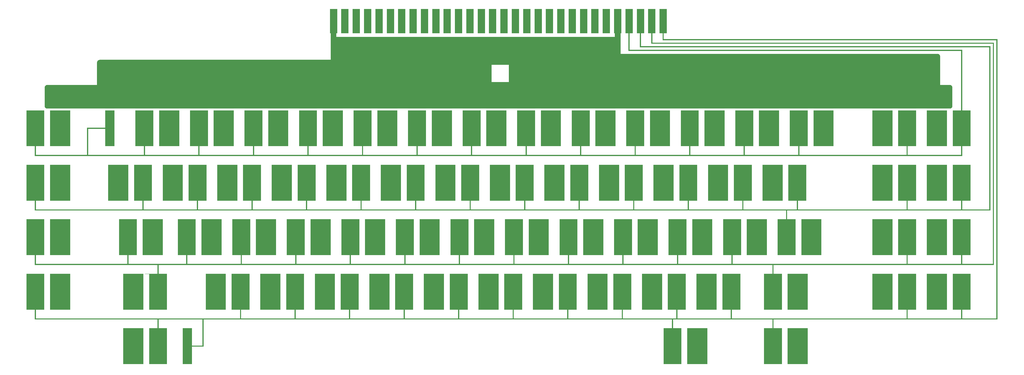
<source format=gbr>
G04 DipTrace 3.1.0.1*
G04 Top.gbr*
%MOMM*%
G04 #@! TF.FileFunction,Copper,L1,Top*
G04 #@! TF.Part,Single*
G04 #@! TA.AperFunction,Nonconductor*
%ADD13C,0.00033*%
G04 #@! TA.AperFunction,ComponentPad*
%ADD14R,2.6X8.5*%
%ADD15C,1.4*%
%FSLAX35Y35*%
G04*
G71*
G90*
G75*
G01*
G04 Top*
%LPD*%
D14*
X15216000Y14800000D3*
X12840000D3*
X16404000D3*
X16800000D3*
X13236000D3*
X17196000D3*
X19572000D3*
X16008000D3*
X14028000D3*
X15612000D3*
X13632000D3*
X20364000D3*
X14424000D3*
X19968000D3*
X17592000D3*
X17988000D3*
X14820000D3*
X19176000D3*
X21552000D3*
X22740000D3*
X18780000D3*
X18384000D3*
X21948000D3*
X21156000D3*
X20760000D3*
X23136000D3*
X23532000D3*
X22344000D3*
X24324000D3*
X23928000D3*
X14820000D3*
X19572000D3*
X16008000D3*
X15216000D3*
X12840000D3*
X16800000D3*
X16404000D3*
X13236000D3*
X17196000D3*
X14028000D3*
X15612000D3*
X13632000D3*
X17988000D3*
X19968000D3*
X20364000D3*
X17592000D3*
X14424000D3*
X19176000D3*
X22740000D3*
X21552000D3*
X18384000D3*
X21948000D3*
X18780000D3*
X20760000D3*
X23136000D3*
X23532000D3*
X21156000D3*
X22344000D3*
X23928000D3*
X24324000D3*
D15*
Y14525000D3*
X23928000D3*
X23532000D3*
X23136000D3*
X22740000D3*
X22344000D3*
X21948000D3*
X21552000D3*
X21156000D3*
X20760000D3*
X20364000D3*
X19968000D3*
X19572000D3*
X19176000D3*
X18780000D3*
X18384000D3*
X17988000D3*
X17592000D3*
X17196000D3*
X16800000D3*
X16404000D3*
X16008000D3*
X15612000D3*
X15216000D3*
X14820000D3*
X14424000D3*
X14028000D3*
X13632000D3*
X13236000D3*
X12840000D3*
G36*
X12940000Y14250000D2*
X22640000D1*
X18950000Y13275000D1*
D1*
Y12675000D1*
X18350000D1*
Y13275000D1*
X18950000D1*
X22640000Y14250000D1*
Y14375000D1*
X22840000D1*
Y13660000D1*
X33884500D1*
X33893960Y13659533D1*
X33903317Y13658043D1*
X33912467Y13655590D1*
X33921310Y13652190D1*
X33929747Y13647887D1*
X33937690Y13642723D1*
X33945053Y13636760D1*
X33951750Y13630060D1*
X33957710Y13622697D1*
X33962870Y13614753D1*
X33967170Y13606310D1*
X33970567Y13597467D1*
X33973020Y13588317D1*
X33974503Y13578960D1*
X33975000Y13569500D1*
Y12575000D1*
X34310500D1*
X34319960Y12574533D1*
X34329317Y12573043D1*
X34338467Y12570590D1*
X34347310Y12567190D1*
X34355747Y12562887D1*
X34363690Y12557723D1*
X34371053Y12551760D1*
X34377750Y12545060D1*
X34383710Y12537697D1*
X34388870Y12529753D1*
X34393170Y12521310D1*
X34396567Y12512467D1*
X34399020Y12503317D1*
X34400503Y12493960D1*
X34401000Y12484500D1*
Y11841500D1*
X34400533Y11832040D1*
X34399047Y11822683D1*
X34396590Y11813533D1*
X34393190Y11804693D1*
X34388887Y11796253D1*
X34383723Y11788310D1*
X34377760Y11780947D1*
X34371060Y11774250D1*
X34363697Y11768290D1*
X34355753Y11763130D1*
X34347310Y11758830D1*
X34338467Y11755433D1*
X34329317Y11752980D1*
X34319960Y11751497D1*
X34310500Y11751000D1*
X2864500D1*
X2855040Y11751497D1*
X2845683Y11752980D1*
X2836533Y11755430D1*
X2827690Y11758823D1*
X2819250Y11763127D1*
X2811307Y11768283D1*
X2803943Y11774247D1*
X2797247Y11780943D1*
X2791283Y11788307D1*
X2786123Y11796250D1*
X2781823Y11804690D1*
X2778430Y11813533D1*
X2775977Y11822683D1*
X2774497Y11832040D1*
X2774000Y11841500D1*
Y12484500D1*
X2774497Y12493960D1*
X2775980Y12503317D1*
X2778430Y12512467D1*
X2781827Y12521310D1*
X2786127Y12529750D1*
X2791283Y12537693D1*
X2797247Y12545057D1*
X2803943Y12551753D1*
X2811307Y12557717D1*
X2819250Y12562877D1*
X2827690Y12567177D1*
X2836533Y12570570D1*
X2845683Y12573023D1*
X2855040Y12574503D1*
X2864500Y12575000D1*
X4599000D1*
Y13359500D1*
X4599500Y13368960D1*
X4600980Y13378317D1*
X4603430Y13387467D1*
X4606827Y13396310D1*
X4611127Y13404750D1*
X4616283Y13412693D1*
X4622247Y13420057D1*
X4628943Y13426757D1*
X4636307Y13432717D1*
X4644250Y13437877D1*
X4652690Y13442177D1*
X4661533Y13445570D1*
X4670683Y13448023D1*
X4680040Y13449503D1*
X4689500Y13450000D1*
X12740000D1*
Y14375000D1*
X12940000D1*
Y14250000D1*
G37*
G36*
X24670000Y4087500D2*
Y4392500D1*
X28130000D1*
Y4087500D1*
X27837500D1*
Y2837500D1*
X28462500D1*
Y4087500D1*
X28170000D1*
Y4392500D1*
X35975000D1*
Y14175000D1*
X24344000D1*
Y14375000D1*
X24304000D1*
Y14135000D1*
X35935000D1*
Y4432500D1*
X34745000D1*
Y4737500D1*
X35037500D1*
Y5987500D1*
X34412500D1*
Y4737500D1*
X34705000D1*
Y4432500D1*
X32845000D1*
Y4737500D1*
X33137500D1*
Y5987500D1*
X32512500D1*
Y4737500D1*
X32805000D1*
Y4432500D1*
X26720000D1*
Y4737500D1*
X27012500D1*
Y5987500D1*
X26387500D1*
Y4737500D1*
X26680000D1*
Y4432500D1*
X24820000D1*
Y4737500D1*
X25112500D1*
Y5987500D1*
X24487500D1*
Y4737500D1*
X24780000D1*
Y4432500D1*
X22920000D1*
Y4737500D1*
X23212500D1*
Y5987500D1*
X22587500D1*
Y4737500D1*
X22880000D1*
Y4432500D1*
X21020000D1*
Y4737500D1*
X21312500D1*
Y5987500D1*
X20687500D1*
Y4737500D1*
X20980000D1*
Y4432500D1*
X19120000D1*
Y4737500D1*
X19412500D1*
Y5987500D1*
X18787500D1*
Y4737500D1*
X19080000D1*
Y4432500D1*
X17220000D1*
Y4737500D1*
X17512500D1*
Y5987500D1*
X16887500D1*
Y4737500D1*
X17180000D1*
Y4432500D1*
X15320000D1*
Y4737500D1*
X15612500D1*
Y5987500D1*
X14987500D1*
Y4737500D1*
X15280000D1*
Y4432500D1*
X13420000D1*
Y4737500D1*
X13712500D1*
Y5987500D1*
X13087500D1*
Y4737500D1*
X13380000D1*
Y4432500D1*
X11520000D1*
Y4737500D1*
X11812500D1*
Y5987500D1*
X11187500D1*
Y4737500D1*
X11480000D1*
Y4432500D1*
X9620000D1*
Y4737500D1*
X9912500D1*
Y5987500D1*
X9287500D1*
Y4737500D1*
X9580000D1*
Y4432500D1*
X2470000D1*
Y4737500D1*
X2762500D1*
Y5987500D1*
X2137500D1*
Y4737500D1*
X2430000D1*
Y4392500D1*
X6705000D1*
Y4087500D1*
X6412500D1*
Y2837500D1*
X7037500D1*
Y4087500D1*
X6745000D1*
Y4392500D1*
X8274250D1*
Y3482500D1*
X7907500D1*
Y4087500D1*
X7582500D1*
Y2837500D1*
X7907500D1*
Y3442500D1*
X8314250D1*
Y4392500D1*
X24630000D1*
Y4087500D1*
X24337500D1*
Y2837500D1*
X24962500D1*
Y4087500D1*
X24670000D1*
G37*
G36*
X34745000Y10092500D2*
Y10437500D1*
X35037500D1*
Y11687500D1*
X34745000D1*
Y13800000D1*
X23156000D1*
Y14375000D1*
X23116000D1*
Y13760000D1*
X34705000D1*
Y11687500D1*
X34412500D1*
Y10437500D1*
X34705000D1*
Y10132500D1*
X32845000D1*
Y10437500D1*
X33137500D1*
Y11687500D1*
X32512500D1*
Y10437500D1*
X32805000D1*
Y10132500D1*
X29070000D1*
Y10437500D1*
X29362500D1*
Y11687500D1*
X28737500D1*
Y10437500D1*
X29030000D1*
Y10132500D1*
X27170000D1*
Y10437500D1*
X27462500D1*
Y11687500D1*
X26837500D1*
Y10437500D1*
X27130000D1*
Y10132500D1*
X25270000D1*
Y10437500D1*
X25562500D1*
Y11687500D1*
X24937500D1*
Y10437500D1*
X25230000D1*
Y10132500D1*
X23370000D1*
Y10437500D1*
X23662500D1*
Y11687500D1*
X23037500D1*
Y10437500D1*
X23330000D1*
Y10132500D1*
X21470000D1*
Y10437500D1*
X21762500D1*
Y11687500D1*
X21137500D1*
Y10437500D1*
X21430000D1*
Y10132500D1*
X19570000D1*
Y10437500D1*
X19862500D1*
Y11687500D1*
X19237500D1*
Y10437500D1*
X19530000D1*
Y10132500D1*
X17670000D1*
Y10437500D1*
X17962500D1*
Y11687500D1*
X17337500D1*
Y10437500D1*
X17630000D1*
Y10132500D1*
X15770000D1*
Y10437500D1*
X16062500D1*
Y11687500D1*
X15437500D1*
Y10437500D1*
X15730000D1*
Y10132500D1*
X13870000D1*
Y10437500D1*
X14162500D1*
Y11687500D1*
X13537500D1*
Y10437500D1*
X13830000D1*
Y10132500D1*
X11970000D1*
Y10437500D1*
X12262500D1*
Y11687500D1*
X11637500D1*
Y10437500D1*
X11930000D1*
Y10132500D1*
X10070000D1*
Y10437500D1*
X10362500D1*
Y11687500D1*
X9737500D1*
Y10437500D1*
X10030000D1*
Y10132500D1*
X8170000D1*
Y10437500D1*
X8462500D1*
Y11687500D1*
X7837500D1*
Y10437500D1*
X8130000D1*
Y10132500D1*
X6270000D1*
Y10437500D1*
X6562500D1*
Y11687500D1*
X5937500D1*
Y10437500D1*
X6230000D1*
Y10132500D1*
X4292000D1*
Y11042500D1*
X4881500D1*
Y10437500D1*
X5206500D1*
Y11687500D1*
X4881500D1*
Y11082500D1*
X4252000D1*
Y10132500D1*
X2470000D1*
Y10437500D1*
X2762500D1*
Y11687500D1*
X2137500D1*
Y10437500D1*
X2430000D1*
Y10092500D1*
X34745000D1*
G37*
G36*
X2430000Y8192500D2*
Y8537500D1*
X2137500D1*
Y9787500D1*
X2762500D1*
Y8537500D1*
X2470000D1*
Y8232500D1*
X6180000D1*
Y8537500D1*
X5887500D1*
Y9787500D1*
X6512500D1*
Y8537500D1*
X6220000D1*
Y8232500D1*
X8080000D1*
Y8537500D1*
X7787500D1*
Y9787500D1*
X8412500D1*
Y8537500D1*
X8120000D1*
Y8232500D1*
X9980000D1*
Y8537500D1*
X9687500D1*
Y9787500D1*
X10312500D1*
Y8537500D1*
X10020000D1*
Y8232500D1*
X11880000D1*
Y8537500D1*
X11587500D1*
Y9787500D1*
X12212500D1*
Y8537500D1*
X11920000D1*
Y8232500D1*
X13780000D1*
Y8537500D1*
X13487500D1*
Y9787500D1*
X14112500D1*
Y8537500D1*
X13820000D1*
Y8232500D1*
X15680000D1*
Y8537500D1*
X15387500D1*
Y9787500D1*
X16012500D1*
Y8537500D1*
X15720000D1*
Y8232500D1*
X17580000D1*
Y8537500D1*
X17287500D1*
Y9787500D1*
X17912500D1*
Y8537500D1*
X17620000D1*
Y8232500D1*
X19480000D1*
Y8537500D1*
X19187500D1*
Y9787500D1*
X19812500D1*
Y8537500D1*
X19520000D1*
Y8232500D1*
X21380000D1*
Y8537500D1*
X21087500D1*
Y9787500D1*
X21712500D1*
Y8537500D1*
X21420000D1*
Y8232500D1*
X23280000D1*
Y8537500D1*
X22987500D1*
Y9787500D1*
X23612500D1*
Y8537500D1*
X23320000D1*
Y8232500D1*
X25180000D1*
Y8537500D1*
X24887500D1*
Y9787500D1*
X25512500D1*
Y8537500D1*
X25220000D1*
Y8232500D1*
X27080000D1*
Y8537500D1*
X26787500D1*
Y9787500D1*
X27412500D1*
Y8537500D1*
X27120000D1*
Y8232500D1*
X28980000D1*
Y8537500D1*
X28687500D1*
Y9787500D1*
X29312500D1*
Y8537500D1*
X29020000D1*
Y8232500D1*
X32805000D1*
Y8537500D1*
X32512500D1*
Y9787500D1*
X33137500D1*
Y8537500D1*
X32845000D1*
Y8232500D1*
X34705000D1*
Y8537500D1*
X34412500D1*
Y9787500D1*
X35037500D1*
Y8537500D1*
X34745000D1*
Y8232500D1*
X35685000D1*
Y13885000D1*
X23512000D1*
Y14375000D1*
X23552000D1*
Y13925000D1*
X35725000D1*
Y8192500D1*
X34745000D1*
X28645000D1*
Y7887500D1*
X28937500D1*
Y6637500D1*
X28312500D1*
Y7887500D1*
X28605000D1*
Y8192500D1*
X2430000D1*
G37*
G36*
X25162500Y4087500D2*
X25862500D1*
Y2837500D1*
X25162500D1*
Y4087500D1*
G37*
G36*
X20487500Y5987500D2*
Y4737500D1*
X19787500D1*
Y5987500D1*
X20487500D1*
G37*
G36*
X12887500D2*
Y4737500D1*
X12187500D1*
Y5987500D1*
X12887500D1*
G37*
G36*
X6212500Y4737500D2*
X5512500D1*
Y5987500D1*
X6212500D1*
Y4737500D1*
G37*
X6412500Y5987500D2*
D13*
X6275000D1*
G36*
X6412500D2*
X6705000D1*
Y6292500D1*
X2430000D1*
Y6637500D1*
X2137500D1*
Y7887500D1*
X2762500D1*
Y6637500D1*
X2470000D1*
Y6332500D1*
X5655000D1*
Y6637500D1*
X5362500D1*
Y7887500D1*
X5987500D1*
Y6637500D1*
X5695000D1*
Y6332500D1*
X7705000D1*
Y6637500D1*
X7412500D1*
Y7887500D1*
X8037500D1*
Y6637500D1*
X7745000D1*
Y6332500D1*
X9605000D1*
Y6637500D1*
X9312500D1*
Y7887500D1*
X9937500D1*
Y6637500D1*
X9645000D1*
Y6332500D1*
X11505000D1*
Y6637500D1*
X11212500D1*
Y7887500D1*
X11837500D1*
Y6637500D1*
X11545000D1*
Y6332500D1*
X13405000D1*
Y6637500D1*
X13112500D1*
Y7887500D1*
X13737500D1*
Y6637500D1*
X13445000D1*
Y6332500D1*
X15305000D1*
Y6637500D1*
X15012500D1*
Y7887500D1*
X15637500D1*
Y6637500D1*
X15345000D1*
Y6332500D1*
X17205000D1*
Y6637500D1*
X16912500D1*
Y7887500D1*
X17537500D1*
Y6637500D1*
X17245000D1*
Y6332500D1*
X19105000D1*
Y6637500D1*
X18812500D1*
Y7887500D1*
X19437500D1*
Y6637500D1*
X19145000D1*
Y6332500D1*
X21005000D1*
Y6637500D1*
X20712500D1*
Y7887500D1*
X21337500D1*
Y6637500D1*
X21045000D1*
Y6332500D1*
X22905000D1*
Y6637500D1*
X22612500D1*
Y7887500D1*
X23237500D1*
Y6637500D1*
X22945000D1*
Y6332500D1*
X24805000D1*
Y6637500D1*
X24512500D1*
Y7887500D1*
X25137500D1*
Y6637500D1*
X24845000D1*
Y6332500D1*
X26705000D1*
Y6637500D1*
X26412500D1*
Y7887500D1*
X27037500D1*
Y6637500D1*
X26745000D1*
Y6332500D1*
X32805000D1*
Y6637500D1*
X32512500D1*
Y7887500D1*
X33137500D1*
Y6637500D1*
X32845000D1*
Y6332500D1*
X34705000D1*
Y6637500D1*
X34412500D1*
Y7887500D1*
X35037500D1*
Y6637500D1*
X34745000D1*
Y6332500D1*
X35810000D1*
Y14010000D1*
X23908000D1*
Y14375000D1*
X23948000D1*
Y14050000D1*
X35850000D1*
Y6292500D1*
X34745000D1*
X28170000D1*
Y5987500D1*
X28462500D1*
Y4737500D1*
X27837500D1*
Y5987500D1*
X28130000D1*
Y6292500D1*
X6745000D1*
Y5987500D1*
X7037500D1*
Y4737500D1*
X6412500D1*
Y5987500D1*
G37*
G36*
X29362500Y4737500D2*
X28662500D1*
Y5987500D1*
X29362500D1*
Y4737500D1*
G37*
G36*
X26187500Y5987500D2*
Y4737500D1*
X25487500D1*
Y5987500D1*
X26187500D1*
G37*
G36*
X23587500Y4737500D2*
Y5987500D1*
X24287500D1*
Y4737500D1*
X23587500D1*
G37*
G36*
X22387500Y5987500D2*
Y4737500D1*
X21687500D1*
Y5987500D1*
X22387500D1*
G37*
G36*
X17887500Y4737500D2*
Y5987500D1*
X18587500D1*
Y4737500D1*
X17887500D1*
G37*
G36*
X16687500Y5987500D2*
Y4737500D1*
X15987500D1*
Y5987500D1*
X16687500D1*
G37*
G36*
X14787500D2*
Y4737500D1*
X14087500D1*
Y5987500D1*
X14787500D1*
G37*
G36*
X10287500Y4737500D2*
Y5987500D1*
X10987500D1*
Y4737500D1*
X10287500D1*
G37*
G36*
X31612500D2*
X32312500D1*
Y5987500D1*
X31612500D1*
Y4737500D1*
G37*
G36*
X34212500Y5987500D2*
X33512500D1*
Y4737500D1*
X34212500D1*
Y5987500D1*
G37*
G36*
X32312500Y6637500D2*
Y7887500D1*
X31612500D1*
Y6637500D1*
X32312500D1*
G37*
G36*
X34212500Y7887500D2*
X33512500D1*
Y6637500D1*
X34212500D1*
Y7887500D1*
G37*
G36*
X32312500Y8537500D2*
Y9787500D1*
X31612500D1*
Y8537500D1*
X32312500D1*
G37*
G36*
X33512500D2*
X34212500D1*
Y9787500D1*
X33512500D1*
Y8537500D1*
G37*
G36*
X31612500Y11687500D2*
Y10437500D1*
X32312500D1*
Y11687500D1*
X31612500D1*
G37*
G36*
X33512500Y10437500D2*
X34212500D1*
Y11687500D1*
X33512500D1*
Y10437500D1*
G37*
G36*
X27237500Y6637500D2*
Y7887500D1*
X27937500D1*
Y6637500D1*
X27237500D1*
G37*
G36*
X25337500D2*
Y7887500D1*
X26037500D1*
Y6637500D1*
X25337500D1*
G37*
G36*
X24137500D2*
X23437500D1*
Y7887500D1*
X24137500D1*
Y6637500D1*
G37*
G36*
X21537500D2*
Y7887500D1*
X22237500D1*
Y6637500D1*
X21537500D1*
G37*
G36*
X19637500D2*
Y7887500D1*
X20337500D1*
Y6637500D1*
X19637500D1*
G37*
G36*
X17737500D2*
Y7887500D1*
X18437500D1*
Y6637500D1*
X17737500D1*
G37*
G36*
X16537500D2*
X15837500D1*
Y7887500D1*
X16537500D1*
Y6637500D1*
G37*
G36*
X14637500D2*
X13937500D1*
Y7887500D1*
X14637500D1*
Y6637500D1*
G37*
G36*
X12037500Y7887500D2*
X12737500D1*
Y6637500D1*
X12037500D1*
Y7887500D1*
G37*
G36*
X10837500Y6637500D2*
X10137500D1*
Y7887500D1*
X10837500D1*
Y6637500D1*
G37*
G36*
X28487500Y9787500D2*
Y8537500D1*
X27787500D1*
Y9787500D1*
X28487500D1*
G37*
G36*
X26587500D2*
Y8537500D1*
X25887500D1*
Y9787500D1*
X26587500D1*
G37*
G36*
X24687500D2*
Y8537500D1*
X23987500D1*
Y9787500D1*
X24687500D1*
G37*
G36*
X22787500D2*
Y8537500D1*
X22087500D1*
Y9787500D1*
X22787500D1*
G37*
G36*
X20887500D2*
Y8537500D1*
X20187500D1*
Y9787500D1*
X20887500D1*
G37*
G36*
X18987500D2*
Y8537500D1*
X18287500D1*
Y9787500D1*
X18987500D1*
G37*
G36*
X17087500D2*
Y8537500D1*
X16387500D1*
Y9787500D1*
X17087500D1*
G37*
G36*
X12587500Y8537500D2*
Y9787500D1*
X13287500D1*
Y8537500D1*
X12587500D1*
G37*
G36*
X10687500D2*
Y9787500D1*
X11387500D1*
Y8537500D1*
X10687500D1*
G37*
G36*
X9487500Y9787500D2*
Y8537500D1*
X8787500D1*
Y9787500D1*
X9487500D1*
G37*
G36*
X7587500D2*
Y8537500D1*
X6887500D1*
Y9787500D1*
X7587500D1*
G37*
G36*
X30262500Y10437500D2*
X29562500D1*
Y11687500D1*
X30262500D1*
Y10437500D1*
G37*
G36*
X28362500D2*
X27662500D1*
Y11687500D1*
X28362500D1*
Y10437500D1*
G37*
G36*
X25762500D2*
Y11687500D1*
X26462500D1*
Y10437500D1*
X25762500D1*
G37*
G36*
X24562500D2*
X23862500D1*
Y11687500D1*
X24562500D1*
Y10437500D1*
G37*
G36*
X22662500D2*
X21962500D1*
Y11687500D1*
X22662500D1*
Y10437500D1*
G37*
G36*
X20062500D2*
Y11687500D1*
X20762500D1*
Y10437500D1*
X20062500D1*
G37*
G36*
X18162500D2*
Y11687500D1*
X18862500D1*
Y10437500D1*
X18162500D1*
G37*
G36*
X16262500D2*
Y11687500D1*
X16962500D1*
Y10437500D1*
X16262500D1*
G37*
G36*
X15062500Y11687500D2*
Y10437500D1*
X14362500D1*
Y11687500D1*
X15062500D1*
G37*
G36*
X13162500Y10437500D2*
X12462500D1*
Y11687500D1*
X13162500D1*
Y10437500D1*
G37*
G36*
X10562500Y11687500D2*
X11262500D1*
Y10437500D1*
X10562500D1*
Y11687500D1*
G37*
G36*
X8662500Y10437500D2*
Y11687500D1*
X9362500D1*
Y10437500D1*
X8662500D1*
G37*
G36*
X28662500Y4087500D2*
X29362500D1*
Y2837500D1*
X28662500D1*
Y4087500D1*
G37*
G36*
X8387500Y4737500D2*
Y5987500D1*
X9087500D1*
Y4737500D1*
X8387500D1*
G37*
G36*
X29137500Y7887500D2*
X29837500D1*
Y6637500D1*
X29137500D1*
Y7887500D1*
G37*
G36*
X8937500Y6637500D2*
X8237500D1*
Y7887500D1*
X8937500D1*
Y6637500D1*
G37*
G36*
X6212500Y2837500D2*
Y4087500D1*
X5512500D1*
Y2837500D1*
X6212500D1*
G37*
G36*
X5687500Y9787500D2*
Y8537500D1*
X4987500D1*
Y9787500D1*
X5687500D1*
G37*
G36*
X3662500Y10437500D2*
X2962500D1*
Y11687500D1*
X3662500D1*
Y10437500D1*
G37*
G36*
Y8537500D2*
X2962500D1*
Y9787500D1*
X3662500D1*
Y8537500D1*
G37*
G36*
Y7887500D2*
Y6637500D1*
X2962500D1*
Y7887500D1*
X3662500D1*
G37*
G36*
X2962500Y5987500D2*
X3662500D1*
Y4737500D1*
X2962500D1*
Y5987500D1*
G37*
G36*
X7462500Y10437500D2*
X6762500D1*
Y11687500D1*
X7462500D1*
Y10437500D1*
G37*
G36*
X6887500Y6637500D2*
X6187500D1*
Y7887500D1*
X6887500D1*
Y6637500D1*
G37*
G36*
X15187500Y8537500D2*
X14487500D1*
Y9787500D1*
X15187500D1*
Y8537500D1*
G37*
M02*

</source>
